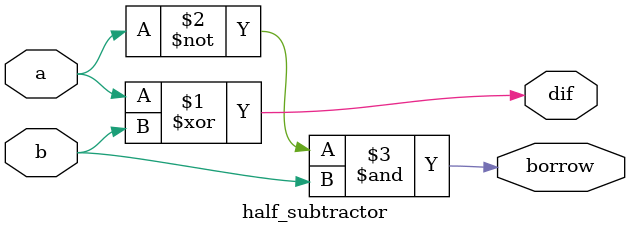
<source format=v>
`timescale 1ns/1ps


module half_subtractor(
	// inputs
	input a,b,
	// outputs
	output dif,borrow
	);
	
	assign dif = a ^ b;
	assign borrow = (~a)&b;
	
endmodule

</source>
